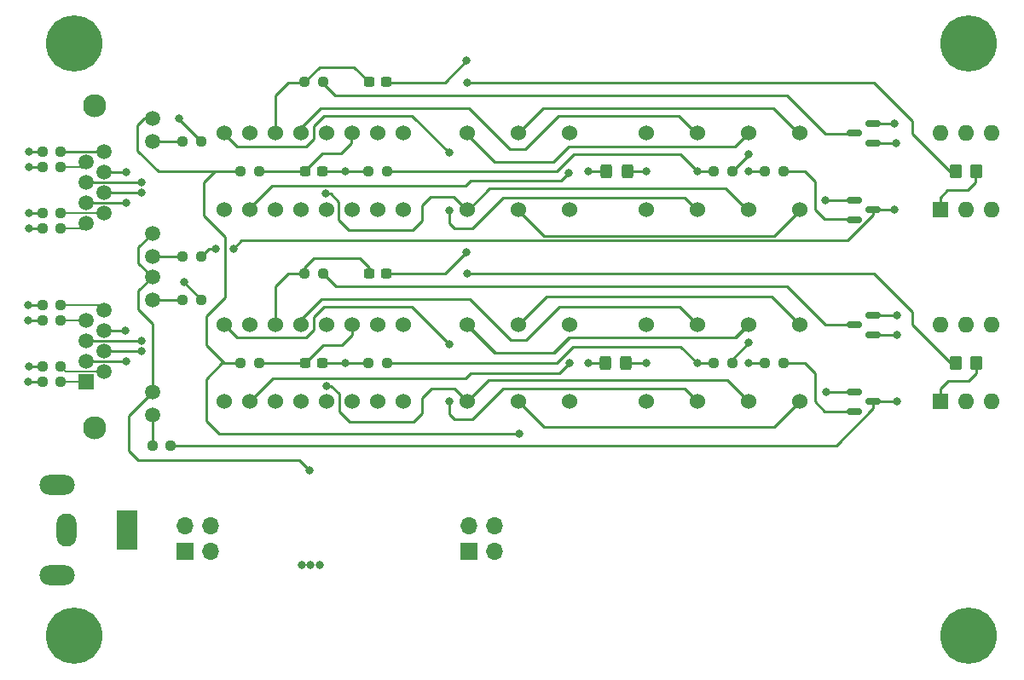
<source format=gbl>
%TF.GenerationSoftware,KiCad,Pcbnew,6.0.9+dfsg-1*%
%TF.CreationDate,2022-12-03T23:10:22+00:00*%
%TF.ProjectId,Token_Ring_MAU,546f6b65-6e5f-4526-996e-675f4d41552e,rev?*%
%TF.SameCoordinates,Original*%
%TF.FileFunction,Copper,L4,Bot*%
%TF.FilePolarity,Positive*%
%FSLAX46Y46*%
G04 Gerber Fmt 4.6, Leading zero omitted, Abs format (unit mm)*
G04 Created by KiCad (PCBNEW 6.0.9+dfsg-1) date 2022-12-03 23:10:22*
%MOMM*%
%LPD*%
G01*
G04 APERTURE LIST*
G04 Aperture macros list*
%AMRoundRect*
0 Rectangle with rounded corners*
0 $1 Rounding radius*
0 $2 $3 $4 $5 $6 $7 $8 $9 X,Y pos of 4 corners*
0 Add a 4 corners polygon primitive as box body*
4,1,4,$2,$3,$4,$5,$6,$7,$8,$9,$2,$3,0*
0 Add four circle primitives for the rounded corners*
1,1,$1+$1,$2,$3*
1,1,$1+$1,$4,$5*
1,1,$1+$1,$6,$7*
1,1,$1+$1,$8,$9*
0 Add four rect primitives between the rounded corners*
20,1,$1+$1,$2,$3,$4,$5,0*
20,1,$1+$1,$4,$5,$6,$7,0*
20,1,$1+$1,$6,$7,$8,$9,0*
20,1,$1+$1,$8,$9,$2,$3,0*%
G04 Aperture macros list end*
%TA.AperFunction,ComponentPad*%
%ADD10C,1.524000*%
%TD*%
%TA.AperFunction,ComponentPad*%
%ADD11R,2.000000X4.000000*%
%TD*%
%TA.AperFunction,ComponentPad*%
%ADD12O,2.000000X3.300000*%
%TD*%
%TA.AperFunction,ComponentPad*%
%ADD13O,3.500000X2.000000*%
%TD*%
%TA.AperFunction,ComponentPad*%
%ADD14R,1.600000X1.600000*%
%TD*%
%TA.AperFunction,ComponentPad*%
%ADD15O,1.600000X1.600000*%
%TD*%
%TA.AperFunction,ComponentPad*%
%ADD16C,5.600000*%
%TD*%
%TA.AperFunction,ComponentPad*%
%ADD17R,1.700000X1.700000*%
%TD*%
%TA.AperFunction,ComponentPad*%
%ADD18O,1.700000X1.700000*%
%TD*%
%TA.AperFunction,ComponentPad*%
%ADD19R,1.500000X1.500000*%
%TD*%
%TA.AperFunction,ComponentPad*%
%ADD20C,1.500000*%
%TD*%
%TA.AperFunction,ComponentPad*%
%ADD21C,2.300000*%
%TD*%
%TA.AperFunction,SMDPad,CuDef*%
%ADD22RoundRect,0.237500X0.250000X0.237500X-0.250000X0.237500X-0.250000X-0.237500X0.250000X-0.237500X0*%
%TD*%
%TA.AperFunction,SMDPad,CuDef*%
%ADD23RoundRect,0.250000X-0.350000X-0.450000X0.350000X-0.450000X0.350000X0.450000X-0.350000X0.450000X0*%
%TD*%
%TA.AperFunction,SMDPad,CuDef*%
%ADD24RoundRect,0.237500X-0.250000X-0.237500X0.250000X-0.237500X0.250000X0.237500X-0.250000X0.237500X0*%
%TD*%
%TA.AperFunction,SMDPad,CuDef*%
%ADD25RoundRect,0.150000X0.587500X0.150000X-0.587500X0.150000X-0.587500X-0.150000X0.587500X-0.150000X0*%
%TD*%
%TA.AperFunction,SMDPad,CuDef*%
%ADD26RoundRect,0.237500X-0.300000X-0.237500X0.300000X-0.237500X0.300000X0.237500X-0.300000X0.237500X0*%
%TD*%
%TA.AperFunction,SMDPad,CuDef*%
%ADD27RoundRect,0.150000X-0.587500X-0.150000X0.587500X-0.150000X0.587500X0.150000X-0.587500X0.150000X0*%
%TD*%
%TA.AperFunction,SMDPad,CuDef*%
%ADD28RoundRect,0.250000X-0.325000X-0.450000X0.325000X-0.450000X0.325000X0.450000X-0.325000X0.450000X0*%
%TD*%
%TA.AperFunction,ViaPad*%
%ADD29C,0.800000*%
%TD*%
%TA.AperFunction,Conductor*%
%ADD30C,0.250000*%
%TD*%
%TA.AperFunction,Conductor*%
%ADD31C,0.200000*%
%TD*%
G04 APERTURE END LIST*
D10*
X162410000Y-91150000D03*
X167490000Y-91150000D03*
X154790000Y-91150000D03*
X172570000Y-91150000D03*
X149710000Y-91150000D03*
X177650000Y-91150000D03*
X144630000Y-91150000D03*
X144630000Y-83530000D03*
X177650000Y-83530000D03*
X149710000Y-83530000D03*
X172570000Y-83530000D03*
X154790000Y-83530000D03*
X167490000Y-83530000D03*
X162410000Y-83530000D03*
D11*
X110887000Y-103909000D03*
D12*
X104887000Y-103909000D03*
D13*
X103887000Y-108409000D03*
X103887000Y-99409000D03*
D14*
X191635000Y-91140000D03*
D15*
X194175000Y-91140000D03*
X196715000Y-91140000D03*
X196715000Y-83520000D03*
X194175000Y-83520000D03*
X191635000Y-83520000D03*
D10*
X120500000Y-72100000D03*
X123040000Y-72100000D03*
X125580000Y-72100000D03*
X128120000Y-72100000D03*
X130660000Y-72100000D03*
X133200000Y-72100000D03*
X135740000Y-72100000D03*
X138280000Y-72100000D03*
X138280000Y-64480000D03*
X135740000Y-64480000D03*
X133200000Y-64480000D03*
X130660000Y-64480000D03*
X128120000Y-64480000D03*
X125580000Y-64480000D03*
X123040000Y-64480000D03*
X120500000Y-64480000D03*
D16*
X194400000Y-114400000D03*
D14*
X191635000Y-72090000D03*
D15*
X194175000Y-72090000D03*
X196715000Y-72090000D03*
X196715000Y-64470000D03*
X194175000Y-64470000D03*
X191635000Y-64470000D03*
D10*
X120500000Y-91150000D03*
X123040000Y-91150000D03*
X125580000Y-91150000D03*
X128120000Y-91150000D03*
X130660000Y-91150000D03*
X133200000Y-91150000D03*
X135740000Y-91150000D03*
X138280000Y-91150000D03*
X138280000Y-83530000D03*
X135740000Y-83530000D03*
X133200000Y-83530000D03*
X130660000Y-83530000D03*
X128120000Y-83530000D03*
X125580000Y-83530000D03*
X123040000Y-83530000D03*
X120500000Y-83530000D03*
D17*
X144780000Y-106000000D03*
D18*
X144780000Y-103460000D03*
X147320000Y-106000000D03*
X147320000Y-103460000D03*
D19*
X106782000Y-89177000D03*
D20*
X108562000Y-88161000D03*
X106782000Y-87145000D03*
X108562000Y-86129000D03*
X106782000Y-85113000D03*
X108562000Y-84097000D03*
X106782000Y-83081000D03*
X108562000Y-82065000D03*
X113382000Y-92477000D03*
X113382000Y-90187000D03*
X113382000Y-81047000D03*
X113382000Y-78757000D03*
X106782000Y-73427000D03*
X108562000Y-72411000D03*
X106782000Y-71395000D03*
X108562000Y-70379000D03*
X106782000Y-69363000D03*
X108562000Y-68347000D03*
X106782000Y-67331000D03*
X108562000Y-66315000D03*
X113382000Y-76727000D03*
X113382000Y-74437000D03*
X113382000Y-65297000D03*
X113382000Y-63007000D03*
D21*
X107672000Y-61747000D03*
X107672000Y-93747000D03*
D16*
X194400000Y-55600000D03*
X105600000Y-114400000D03*
D10*
X162410000Y-72100000D03*
X167490000Y-72100000D03*
X154790000Y-72100000D03*
X172570000Y-72100000D03*
X149710000Y-72100000D03*
X177650000Y-72100000D03*
X144630000Y-72100000D03*
X144630000Y-64480000D03*
X177650000Y-64480000D03*
X149710000Y-64480000D03*
X172570000Y-64480000D03*
X154790000Y-64480000D03*
X167490000Y-64480000D03*
X162410000Y-64480000D03*
D17*
X116581000Y-106000000D03*
D18*
X116581000Y-103460000D03*
X119121000Y-106000000D03*
X119121000Y-103460000D03*
D16*
X105600000Y-55600000D03*
D22*
X104267500Y-81557000D03*
X102442500Y-81557000D03*
X104267500Y-73937000D03*
X102442500Y-73937000D03*
X115212500Y-95504000D03*
X113387500Y-95504000D03*
X104267500Y-89177000D03*
X102442500Y-89177000D03*
D23*
X193160000Y-68290000D03*
X195160000Y-68290000D03*
D24*
X122127500Y-68290000D03*
X123952500Y-68290000D03*
D25*
X184937500Y-82580000D03*
X184937500Y-84480000D03*
X183062500Y-83530000D03*
D26*
X128527500Y-87340000D03*
X130252500Y-87340000D03*
D22*
X104267500Y-83081000D03*
X102442500Y-83081000D03*
X130302500Y-59400000D03*
X128477500Y-59400000D03*
D25*
X184937500Y-63530000D03*
X184937500Y-65430000D03*
X183062500Y-64480000D03*
D22*
X104267500Y-66317000D03*
X102442500Y-66317000D03*
X104267500Y-72413000D03*
X102442500Y-72413000D03*
X176022500Y-68290000D03*
X174197500Y-68290000D03*
X104267500Y-87653000D03*
X102442500Y-87653000D03*
D27*
X183062500Y-73050000D03*
X183062500Y-71150000D03*
X184937500Y-72100000D03*
D24*
X122127500Y-87340000D03*
X123952500Y-87340000D03*
D28*
X158360000Y-87340000D03*
X160410000Y-87340000D03*
D23*
X193160000Y-87340000D03*
X195160000Y-87340000D03*
D22*
X130302500Y-78450000D03*
X128477500Y-78450000D03*
D26*
X128527500Y-68290000D03*
X130252500Y-68290000D03*
D22*
X170942500Y-87340000D03*
X169117500Y-87340000D03*
X104267500Y-67841000D03*
X102442500Y-67841000D03*
X176022500Y-87340000D03*
X174197500Y-87340000D03*
X118232500Y-65301000D03*
X116407500Y-65301000D03*
D24*
X134827500Y-87340000D03*
X136652500Y-87340000D03*
D22*
X118232500Y-76731000D03*
X116407500Y-76731000D03*
X170942500Y-68290000D03*
X169117500Y-68290000D03*
D24*
X134827500Y-68290000D03*
X136652500Y-68290000D03*
D26*
X134877500Y-78450000D03*
X136602500Y-78450000D03*
D22*
X118232500Y-81049000D03*
X116407500Y-81049000D03*
D27*
X183062500Y-92100000D03*
X183062500Y-90200000D03*
X184937500Y-91150000D03*
D26*
X134877500Y-59400000D03*
X136602500Y-59400000D03*
D28*
X158475000Y-68300000D03*
X160525000Y-68300000D03*
D29*
X149820000Y-94380000D03*
X101092000Y-87653000D03*
X132560000Y-87340000D03*
X132510000Y-68290000D03*
X187302000Y-84480000D03*
X187195833Y-65430000D03*
X101069000Y-83081000D03*
X144600000Y-76300000D03*
X101092000Y-72413000D03*
X101092000Y-73937000D03*
X101092000Y-66317000D03*
X101092000Y-67841000D03*
X180256000Y-90200000D03*
X101069000Y-89177000D03*
X101069000Y-81557000D03*
X180230000Y-71150000D03*
X116500000Y-79300000D03*
X144600000Y-57300000D03*
X116000000Y-63000000D03*
X128200000Y-107400000D03*
X130000000Y-107400000D03*
X129100000Y-107400000D03*
X156700000Y-68300000D03*
X156650000Y-87350000D03*
X129000000Y-98000000D03*
X154790000Y-87340000D03*
X144630000Y-78450000D03*
X167490000Y-87340000D03*
X172570000Y-87340000D03*
X154720074Y-68420074D03*
X144630000Y-59436000D03*
X167500000Y-68300000D03*
X172600000Y-68300000D03*
X110767000Y-87145000D03*
X112274234Y-86112234D03*
X112291000Y-85090000D03*
X110721000Y-84097000D03*
X110744000Y-71374000D03*
X112268000Y-70358000D03*
X112268000Y-69342000D03*
X110744000Y-68326000D03*
X142852000Y-91150000D03*
X142852000Y-85448000D03*
X130660000Y-89588500D03*
X142852000Y-72130000D03*
X142852000Y-66428000D03*
X130630763Y-70506500D03*
X172570000Y-85308000D03*
X187302000Y-82580000D03*
X172600000Y-66600000D03*
X187100000Y-63500000D03*
X187302000Y-91150000D03*
X162410000Y-87340000D03*
X121412000Y-75946000D03*
X187100000Y-72113500D03*
X119634000Y-75946000D03*
X162400000Y-68300000D03*
D30*
X118500000Y-69400000D02*
X119610000Y-68290000D01*
X118700000Y-88900000D02*
X118700000Y-93100000D01*
X122127500Y-87340000D02*
X120540000Y-87340000D01*
X118700000Y-85500000D02*
X118700000Y-82700000D01*
X120540000Y-87340000D02*
X118700000Y-85500000D01*
X113382000Y-63007000D02*
X112593000Y-63007000D01*
X118700000Y-82700000D02*
X120600000Y-80800000D01*
X112593000Y-63007000D02*
X111900000Y-63700000D01*
X118700000Y-93100000D02*
X119980000Y-94380000D01*
X111900000Y-63700000D02*
X111900000Y-66200000D01*
X122127500Y-87340000D02*
X120260000Y-87340000D01*
X120600000Y-74800000D02*
X118500000Y-72700000D01*
X118500000Y-72700000D02*
X118500000Y-69400000D01*
X119890000Y-68290000D02*
X122127500Y-68290000D01*
X120260000Y-87340000D02*
X118700000Y-88900000D01*
X119610000Y-68290000D02*
X119890000Y-68290000D01*
X111900000Y-66200000D02*
X113990000Y-68290000D01*
X119980000Y-94380000D02*
X149820000Y-94380000D01*
X120600000Y-80800000D02*
X120600000Y-74800000D01*
X113990000Y-68290000D02*
X119890000Y-68290000D01*
X187302000Y-84480000D02*
X184937500Y-84480000D01*
X180256000Y-90200000D02*
X183062500Y-90200000D01*
X136602500Y-59450000D02*
X142450000Y-59450000D01*
X118232500Y-81049000D02*
X118232500Y-81032500D01*
X132560000Y-87340000D02*
X134827500Y-87340000D01*
X102442500Y-66317000D02*
X101092000Y-66317000D01*
X142450000Y-78450000D02*
X144600000Y-76300000D01*
X102442500Y-89177000D02*
X101069000Y-89177000D01*
X102442500Y-87653000D02*
X101092000Y-87653000D01*
X102442500Y-81557000D02*
X101069000Y-81557000D01*
X142450000Y-59450000D02*
X144600000Y-57300000D01*
X102442500Y-73937000D02*
X101092000Y-73937000D01*
X132510000Y-68290000D02*
X134827500Y-68290000D01*
X116000000Y-63068500D02*
X118232500Y-65301000D01*
X180230000Y-71150000D02*
X183036500Y-71150000D01*
X130252500Y-68290000D02*
X132510000Y-68290000D01*
X187195833Y-65430000D02*
X185035333Y-65430000D01*
X102442500Y-72413000D02*
X101092000Y-72413000D01*
X118232500Y-81032500D02*
X116500000Y-79300000D01*
X130252500Y-87340000D02*
X132560000Y-87340000D01*
X102442500Y-83081000D02*
X101069000Y-83081000D01*
X102442500Y-67841000D02*
X101092000Y-67841000D01*
X116000000Y-63000000D02*
X116000000Y-63068500D01*
X136602500Y-78450000D02*
X142450000Y-78450000D01*
X128000000Y-97000000D02*
X112000000Y-97000000D01*
X112000000Y-82000000D02*
X112000000Y-80139000D01*
X111000000Y-92569000D02*
X113382000Y-90187000D01*
X112000000Y-77375000D02*
X112000000Y-75819000D01*
X158360000Y-87340000D02*
X156660000Y-87340000D01*
X112000000Y-75819000D02*
X113382000Y-74437000D01*
X158475000Y-68300000D02*
X156700000Y-68300000D01*
X113382000Y-90187000D02*
X113382000Y-83382000D01*
X113382000Y-78757000D02*
X112000000Y-77375000D01*
X129000000Y-98000000D02*
X128000000Y-97000000D01*
X111000000Y-96000000D02*
X111000000Y-92569000D01*
X113382000Y-83382000D02*
X112000000Y-82000000D01*
X112000000Y-97000000D02*
X111000000Y-96000000D01*
X112000000Y-80139000D02*
X113382000Y-78757000D01*
D31*
X106782000Y-89177000D02*
X104267500Y-89177000D01*
X108562000Y-88161000D02*
X104775500Y-88161000D01*
X104775500Y-88161000D02*
X104267500Y-87653000D01*
X106782000Y-83081000D02*
X104267500Y-83081000D01*
X104267500Y-81557000D02*
X108054000Y-81557000D01*
D30*
X108054000Y-81557000D02*
X108562000Y-82065000D01*
X125326000Y-88864000D02*
X123040000Y-91150000D01*
X153774000Y-88356000D02*
X144996000Y-88356000D01*
X144996000Y-88356000D02*
X144488000Y-88864000D01*
X144488000Y-88864000D02*
X125326000Y-88864000D01*
X154790000Y-87340000D02*
X153774000Y-88356000D01*
X188826000Y-82260000D02*
X188826000Y-83530000D01*
X192636000Y-87340000D02*
X193160000Y-87340000D01*
X187302000Y-80736000D02*
X185016000Y-78450000D01*
X185016000Y-78450000D02*
X144630000Y-78450000D01*
X187302000Y-80736000D02*
X188826000Y-82260000D01*
X188826000Y-83530000D02*
X192636000Y-87340000D01*
X167490000Y-87340000D02*
X169117500Y-87340000D01*
X153520000Y-87340000D02*
X155160000Y-85700000D01*
X155160000Y-85700000D02*
X165850000Y-85700000D01*
X174197500Y-87340000D02*
X172570000Y-87340000D01*
X165850000Y-85700000D02*
X167490000Y-87340000D01*
X136652500Y-87340000D02*
X153520000Y-87340000D01*
X128527500Y-87340000D02*
X130305500Y-85562000D01*
X130305500Y-85562000D02*
X132184000Y-85562000D01*
X133200000Y-84546000D02*
X133200000Y-83530000D01*
X123952500Y-87340000D02*
X128527500Y-87340000D01*
X132184000Y-85562000D02*
X133200000Y-84546000D01*
X133962000Y-76926000D02*
X134877500Y-77841500D01*
X125580000Y-79720000D02*
X126850000Y-78450000D01*
X128477500Y-78450000D02*
X128477500Y-77838500D01*
X128477500Y-77838500D02*
X129390000Y-76926000D01*
X134877500Y-77841500D02*
X134877500Y-78450000D01*
X129390000Y-76926000D02*
X133962000Y-76926000D01*
X126850000Y-78450000D02*
X128477500Y-78450000D01*
X125580000Y-83530000D02*
X125580000Y-79720000D01*
X144946148Y-69200000D02*
X144438148Y-69708000D01*
X125276148Y-69708000D02*
X122990148Y-71994000D01*
X153940148Y-69200000D02*
X144946148Y-69200000D01*
X144438148Y-69708000D02*
X125276148Y-69708000D01*
X154720074Y-68420074D02*
X153940148Y-69200000D01*
X188819285Y-64516000D02*
X192629285Y-68326000D01*
X188819285Y-63246000D02*
X188819285Y-64516000D01*
X192629285Y-68326000D02*
X193153285Y-68326000D01*
X185009285Y-59436000D02*
X144623285Y-59436000D01*
X187295285Y-61722000D02*
X188819285Y-63246000D01*
X187295285Y-61722000D02*
X185009285Y-59436000D01*
X136649445Y-68300000D02*
X153516945Y-68300000D01*
X167500000Y-68300000D02*
X169078961Y-68300000D01*
X174181920Y-68300000D02*
X172600000Y-68300000D01*
X155216945Y-66600000D02*
X165786945Y-66600000D01*
X165786945Y-66600000D02*
X167486945Y-68300000D01*
X153516945Y-68300000D02*
X155216945Y-66600000D01*
X128498265Y-68278000D02*
X130276265Y-66500000D01*
X123952500Y-68290000D02*
X128527500Y-68290000D01*
X130276265Y-66500000D02*
X132154765Y-66500000D01*
X133170765Y-65484000D02*
X133170765Y-64468000D01*
X132154765Y-66500000D02*
X133170765Y-65484000D01*
X133389500Y-57912000D02*
X134877500Y-59400000D01*
X129965500Y-57912000D02*
X133389500Y-57912000D01*
X125565245Y-60695000D02*
X126835245Y-59425000D01*
X126835245Y-59425000D02*
X128462745Y-59425000D01*
X125565245Y-64505000D02*
X125565245Y-60695000D01*
X128477500Y-59400000D02*
X129965500Y-57912000D01*
X106782000Y-87145000D02*
X110767000Y-87145000D01*
X108562000Y-86129000D02*
X108578766Y-86112234D01*
X108578766Y-86112234D02*
X112274234Y-86112234D01*
X112268000Y-85113000D02*
X112291000Y-85090000D01*
X106782000Y-85113000D02*
X112268000Y-85113000D01*
X108562000Y-84097000D02*
X110721000Y-84097000D01*
X113387500Y-95504000D02*
X113387500Y-92482500D01*
X113387500Y-92482500D02*
X113382000Y-92477000D01*
X116407500Y-81049000D02*
X116405500Y-81047000D01*
X116405500Y-81047000D02*
X113382000Y-81047000D01*
X106272000Y-73937000D02*
X106782000Y-73427000D01*
D31*
X104267500Y-73937000D02*
X106272000Y-73937000D01*
X108562000Y-72411000D02*
X104269500Y-72411000D01*
D30*
X104269500Y-72411000D02*
X104267500Y-72413000D01*
X110723000Y-71395000D02*
X110744000Y-71374000D01*
X106782000Y-71395000D02*
X110723000Y-71395000D01*
X112247000Y-70379000D02*
X112268000Y-70358000D01*
X108562000Y-70379000D02*
X112247000Y-70379000D01*
X112247000Y-69363000D02*
X112268000Y-69342000D01*
X106782000Y-69363000D02*
X112247000Y-69363000D01*
X110723000Y-68347000D02*
X110744000Y-68326000D01*
X108562000Y-68347000D02*
X110723000Y-68347000D01*
X106272000Y-67841000D02*
X106782000Y-67331000D01*
D31*
X104267500Y-67841000D02*
X106272000Y-67841000D01*
D30*
X108562000Y-66315000D02*
X108557000Y-66310000D01*
X108557000Y-66310000D02*
X104274500Y-66310000D01*
X104274500Y-66310000D02*
X104267500Y-66317000D01*
X113382000Y-76727000D02*
X116403500Y-76727000D01*
X116403500Y-76727000D02*
X116407500Y-76731000D01*
X116403500Y-65297000D02*
X116407500Y-65301000D01*
X113382000Y-65297000D02*
X116403500Y-65297000D01*
X142852000Y-85448000D02*
X139156000Y-81752000D01*
X121770000Y-84800000D02*
X120500000Y-83530000D01*
X166220000Y-89880000D02*
X167490000Y-91150000D01*
X128628000Y-84800000D02*
X121770000Y-84800000D01*
X142852000Y-91150000D02*
X142852000Y-92420000D01*
X139156000Y-81752000D02*
X130406000Y-81752000D01*
X145138000Y-92928000D02*
X148186000Y-89880000D01*
X129390000Y-82768000D02*
X129390000Y-84038000D01*
X129390000Y-84038000D02*
X128628000Y-84800000D01*
X143360000Y-92928000D02*
X145138000Y-92928000D01*
X142852000Y-92420000D02*
X143360000Y-92928000D01*
X148186000Y-89880000D02*
X166220000Y-89880000D01*
X130406000Y-81752000D02*
X129390000Y-82768000D01*
X152250000Y-74676000D02*
X175110000Y-74676000D01*
X175110000Y-74676000D02*
X177650000Y-72136000D01*
X149710000Y-72136000D02*
X152250000Y-74676000D01*
X140185000Y-90769000D02*
X141074000Y-89880000D01*
X140185000Y-92293000D02*
X140185000Y-90769000D01*
X146730000Y-89050000D02*
X144630000Y-91150000D01*
X131930000Y-90381374D02*
X131930000Y-92166000D01*
X130660000Y-89588500D02*
X131137126Y-89588500D01*
X172570000Y-91150000D02*
X170470000Y-89050000D01*
X141074000Y-89880000D02*
X143360000Y-89880000D01*
X143360000Y-89880000D02*
X144630000Y-91150000D01*
X131137126Y-89588500D02*
X131930000Y-90381374D01*
X139296000Y-93182000D02*
X140185000Y-92293000D01*
X170470000Y-89050000D02*
X146730000Y-89050000D01*
X132946000Y-93182000D02*
X139296000Y-93182000D01*
X131930000Y-92166000D02*
X132946000Y-93182000D01*
X152250000Y-93690000D02*
X175110000Y-93690000D01*
X175110000Y-93690000D02*
X177650000Y-91150000D01*
X149710000Y-91150000D02*
X152250000Y-93690000D01*
X153266000Y-86324000D02*
X154790000Y-84800000D01*
X153234990Y-86284198D02*
X154758990Y-84760198D01*
X144630000Y-83530000D02*
X147424000Y-86324000D01*
X171268990Y-84760198D02*
X172538990Y-83490198D01*
X171300000Y-84800000D02*
X172570000Y-83530000D01*
X144598990Y-83490198D02*
X147392990Y-86284198D01*
X154790000Y-84800000D02*
X171300000Y-84800000D01*
X147392990Y-86284198D02*
X153234990Y-86284198D01*
X154758990Y-84760198D02*
X171268990Y-84760198D01*
X147424000Y-86324000D02*
X153266000Y-86324000D01*
X149710000Y-83530000D02*
X152490000Y-80750000D01*
X174870000Y-80750000D02*
X177650000Y-83530000D01*
X152490000Y-80750000D02*
X174870000Y-80750000D01*
X175080299Y-61976000D02*
X177620299Y-64516000D01*
X149680299Y-64516000D02*
X152220299Y-61976000D01*
X152220299Y-61976000D02*
X175080299Y-61976000D01*
X153774000Y-81752000D02*
X165712000Y-81752000D01*
X150472000Y-85054000D02*
X153774000Y-81752000D01*
X130152000Y-80990000D02*
X144884000Y-80990000D01*
X148948000Y-85054000D02*
X150472000Y-85054000D01*
X128120000Y-83022000D02*
X130152000Y-80990000D01*
X144884000Y-80990000D02*
X148948000Y-85054000D01*
X128120000Y-83530000D02*
X128120000Y-83022000D01*
X165712000Y-81752000D02*
X167490000Y-83530000D01*
X128628000Y-65780000D02*
X121770000Y-65780000D01*
X129390000Y-65018000D02*
X128628000Y-65780000D01*
X142852000Y-66428000D02*
X139156000Y-62732000D01*
X121770000Y-65780000D02*
X120500000Y-64510000D01*
X145138000Y-73908000D02*
X148186000Y-70860000D01*
X148186000Y-70860000D02*
X166220000Y-70860000D01*
X130406000Y-62732000D02*
X129390000Y-63748000D01*
X139156000Y-62732000D02*
X130406000Y-62732000D01*
X142852000Y-73400000D02*
X143360000Y-73908000D01*
X166220000Y-70860000D02*
X167490000Y-72130000D01*
X142852000Y-72130000D02*
X142852000Y-73400000D01*
X143360000Y-73908000D02*
X145138000Y-73908000D01*
X129390000Y-63748000D02*
X129390000Y-65018000D01*
X130630763Y-70506500D02*
X131107889Y-70506500D01*
X131107889Y-70506500D02*
X131900763Y-71299374D01*
X140155763Y-73211000D02*
X140155763Y-71687000D01*
X140155763Y-71687000D02*
X141044763Y-70798000D01*
X146808038Y-70000000D02*
X144603038Y-72205000D01*
X143330763Y-70798000D02*
X144600763Y-72068000D01*
X170338038Y-70000000D02*
X146808038Y-70000000D01*
X139266763Y-74100000D02*
X140155763Y-73211000D01*
X131900763Y-71299374D02*
X131900763Y-73084000D01*
X141044763Y-70798000D02*
X143330763Y-70798000D01*
X131900763Y-73084000D02*
X132916763Y-74100000D01*
X132916763Y-74100000D02*
X139266763Y-74100000D01*
X172543038Y-72205000D02*
X170338038Y-70000000D01*
X153165006Y-67324000D02*
X154689006Y-65800000D01*
X147323006Y-67324000D02*
X153165006Y-67324000D01*
X171199006Y-65800000D02*
X172469006Y-64530000D01*
X144529006Y-64530000D02*
X147323006Y-67324000D01*
X154689006Y-65800000D02*
X171199006Y-65800000D01*
X165674813Y-62738000D02*
X167452813Y-64516000D01*
X150434813Y-66040000D02*
X153736813Y-62738000D01*
X128082813Y-64516000D02*
X128082813Y-64008000D01*
X148910813Y-66040000D02*
X150434813Y-66040000D01*
X144846813Y-61976000D02*
X148910813Y-66040000D01*
X130114813Y-61976000D02*
X144846813Y-61976000D01*
X153736813Y-62738000D02*
X165674813Y-62738000D01*
X128082813Y-64008000D02*
X130114813Y-61976000D01*
X172570000Y-85308000D02*
X170942500Y-86935500D01*
X170942500Y-86935500D02*
X170942500Y-87340000D01*
X187302000Y-82580000D02*
X184937500Y-82580000D01*
X175618000Y-79720000D02*
X144630000Y-79720000D01*
X180190000Y-83530000D02*
X176380000Y-79720000D01*
X144630000Y-79720000D02*
X131572500Y-79720000D01*
X176380000Y-79720000D02*
X175618000Y-79720000D01*
X131572500Y-79720000D02*
X130302500Y-78450000D01*
X183062500Y-83530000D02*
X180190000Y-83530000D01*
X179174000Y-88356000D02*
X179174000Y-91150000D01*
X180124000Y-92100000D02*
X180256000Y-92100000D01*
X178158000Y-87340000D02*
X179174000Y-88356000D01*
X176022500Y-87340000D02*
X178158000Y-87340000D01*
X179174000Y-91150000D02*
X180124000Y-92100000D01*
X180256000Y-92100000D02*
X183062500Y-92100000D01*
X184937500Y-63530000D02*
X187170000Y-63530000D01*
X172600000Y-66632500D02*
X170942500Y-68290000D01*
X187140000Y-63500000D02*
X187100000Y-63500000D01*
X187170000Y-63530000D02*
X187140000Y-63500000D01*
X172600000Y-66600000D02*
X172600000Y-66632500D01*
X180172211Y-64516000D02*
X176362211Y-60706000D01*
X175600211Y-60706000D02*
X144612211Y-60706000D01*
X183044711Y-64516000D02*
X180172211Y-64516000D01*
X131554711Y-60706000D02*
X130284711Y-59436000D01*
X176362211Y-60706000D02*
X175600211Y-60706000D01*
X144612211Y-60706000D02*
X131554711Y-60706000D01*
X176015552Y-68284000D02*
X178151052Y-68284000D01*
X178151052Y-68284000D02*
X179167052Y-69300000D01*
X180117052Y-73044000D02*
X180249052Y-73044000D01*
X180249052Y-73044000D02*
X183055552Y-73044000D01*
X179167052Y-72094000D02*
X180117052Y-73044000D01*
X179167052Y-69300000D02*
X179167052Y-72094000D01*
X192382000Y-89118000D02*
X194414000Y-89118000D01*
X191635000Y-91140000D02*
X191635000Y-89865000D01*
X191635000Y-89865000D02*
X192382000Y-89118000D01*
X194414000Y-89118000D02*
X195160000Y-88372000D01*
X195160000Y-88372000D02*
X195160000Y-87340000D01*
X195130205Y-69354000D02*
X195130205Y-68322000D01*
X191605205Y-70847000D02*
X192352205Y-70100000D01*
X192352205Y-70100000D02*
X194384205Y-70100000D01*
X191605205Y-72122000D02*
X191605205Y-70847000D01*
X194384205Y-70100000D02*
X195130205Y-69354000D01*
X181276000Y-95504000D02*
X115212500Y-95504000D01*
X184937500Y-91150000D02*
X187302000Y-91150000D01*
X184937500Y-91842500D02*
X181276000Y-95504000D01*
X160410000Y-87340000D02*
X162410000Y-87340000D01*
X184937500Y-91150000D02*
X184937500Y-91842500D01*
X184937500Y-72584251D02*
X184937500Y-72100000D01*
X122232000Y-75126000D02*
X182395751Y-75126000D01*
X119017500Y-75946000D02*
X118232500Y-76731000D01*
X121412000Y-75946000D02*
X122232000Y-75126000D01*
X187086500Y-72100000D02*
X187100000Y-72113500D01*
X160525000Y-68300000D02*
X162400000Y-68300000D01*
X184937500Y-72100000D02*
X187086500Y-72100000D01*
X119634000Y-75946000D02*
X119017500Y-75946000D01*
X182395751Y-75126000D02*
X184937500Y-72584251D01*
M02*

</source>
